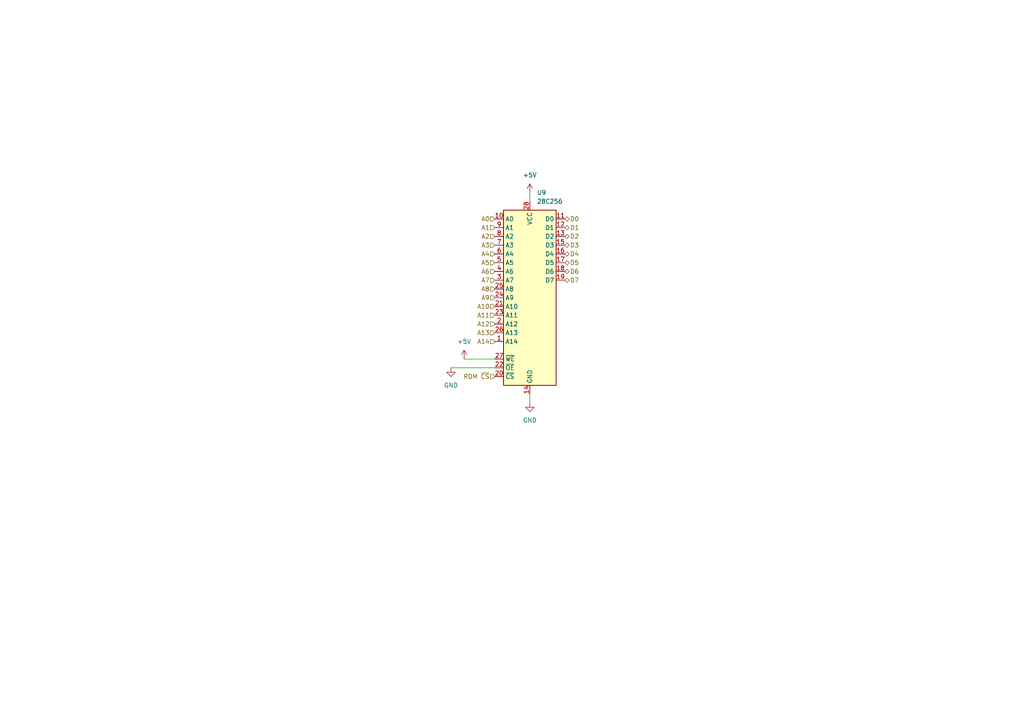
<source format=kicad_sch>
(kicad_sch (version 20211123) (generator eeschema)
  (paper "A4")
  (lib_symbols
    (symbol "Memory_EEPROM:28C256"
      (property "Reference" "U" (at -7.62 26.67 0))
      (property "Value" "28C256" (at 2.54 -26.67 0))
      (symbol "28C256_1_1"
        (rectangle (start -7.62 25.4) (end 7.62 -25.4) (stroke (width 0.254)) (fill (type background)))
        (pin input line (at -10.16 -12.7 0) (length 2.54) (name "A14") (number "1"))
        (pin input line (at -10.16 22.86 0) (length 2.54) (name "A0") (number "10"))
        (pin tri_state line (at 10.16 22.86 180) (length 2.54) (name "D0") (number "11"))
        (pin tri_state line (at 10.16 20.32 180) (length 2.54) (name "D1") (number "12"))
        (pin tri_state line (at 10.16 17.78 180) (length 2.54) (name "D2") (number "13"))
        (pin power_in line (at 0 -27.94 90) (length 2.54) (name "GND") (number "14"))
        (pin tri_state line (at 10.16 15.24 180) (length 2.54) (name "D3") (number "15"))
        (pin tri_state line (at 10.16 12.7 180) (length 2.54) (name "D4") (number "16"))
        (pin tri_state line (at 10.16 10.16 180) (length 2.54) (name "D5") (number "17"))
        (pin tri_state line (at 10.16 7.62 180) (length 2.54) (name "D6") (number "18"))
        (pin tri_state line (at 10.16 5.08 180) (length 2.54) (name "D7") (number "19"))
        (pin input line (at -10.16 -7.62 0) (length 2.54) (name "A12") (number "2"))
        (pin input line (at -10.16 -22.86 0) (length 2.54) (name "~{CS}") (number "20"))
        (pin input line (at -10.16 -2.54 0) (length 2.54) (name "A10") (number "21"))
        (pin input line (at -10.16 -20.32 0) (length 2.54) (name "~{OE}") (number "22"))
        (pin input line (at -10.16 -5.08 0) (length 2.54) (name "A11") (number "23"))
        (pin input line (at -10.16 0 0) (length 2.54) (name "A9") (number "24"))
        (pin input line (at -10.16 2.54 0) (length 2.54) (name "A8") (number "25"))
        (pin input line (at -10.16 -10.16 0) (length 2.54) (name "A13") (number "26"))
        (pin input line (at -10.16 -17.78 0) (length 2.54) (name "~{WE}") (number "27"))
        (pin power_in line (at 0 27.94 270) (length 2.54) (name "VCC") (number "28"))
        (pin input line (at -10.16 5.08 0) (length 2.54) (name "A7") (number "3"))
        (pin input line (at -10.16 7.62 0) (length 2.54) (name "A6") (number "4"))
        (pin input line (at -10.16 10.16 0) (length 2.54) (name "A5") (number "5"))
        (pin input line (at -10.16 12.7 0) (length 2.54) (name "A4") (number "6"))
        (pin input line (at -10.16 15.24 0) (length 2.54) (name "A3") (number "7"))
        (pin input line (at -10.16 17.78 0) (length 2.54) (name "A2") (number "8"))
        (pin input line (at -10.16 20.32 0) (length 2.54) (name "A1") (number "9"))
      )
    )
    (symbol "power:+5V" (power) (pin_names (offset 0))
      (property "Value" "+5V" (at 0 3.556 0))
      (symbol "+5V_0_1"
        (polyline (pts (xy -0.762 1.27) (xy 0 2.54)))
        (polyline (pts (xy 0 0) (xy 0 2.54)))
        (polyline (pts (xy 0 2.54) (xy 0.762 1.27)))
      )
      (symbol "+5V_1_1"
        (pin power_in line (at 0 0 90) (length 0) hide (name "+5V") (number "1"))
      )
    )
    (symbol "power:GND" (power) (pin_names (offset 0))
      (property "Value" "GND" (at 0 -3.81 0))
      (symbol "GND_0_1"
        (polyline (pts (xy 0 0) (xy 0 -1.27) (xy 1.27 -1.27) (xy 0 -2.54) (xy -1.27 -1.27) (xy 0 -1.27)))
      )
      (symbol "GND_1_1"
        (pin power_in line (at 0 0 270) (length 0) hide (name "GND") (number "1"))
      )
    )
  )
  (wire (pts (xy 153.67 55.88) (xy 153.67 58.42)))
  (wire (pts (xy 153.67 114.3) (xy 153.67 116.84)))
  (wire (pts (xy 134.62 104.14) (xy 143.51 104.14)))
  (wire (pts (xy 130.81 106.68) (xy 143.51 106.68)))
  (hierarchical_label "A8" (shape input) (at 143.51 83.82 180))
  (hierarchical_label "A1" (shape input) (at 143.51 66.04 180))
  (hierarchical_label "A10" (shape input) (at 143.51 88.9 180))
  (hierarchical_label "D7" (shape bidirectional) (at 163.83 81.28 0))
  (hierarchical_label "D2" (shape bidirectional) (at 163.83 68.58 0))
  (hierarchical_label "D5" (shape bidirectional) (at 163.83 76.2 0))
  (hierarchical_label "A14" (shape input) (at 143.51 99.06 180))
  (hierarchical_label "A4" (shape input) (at 143.51 73.66 180))
  (hierarchical_label "D0" (shape bidirectional) (at 163.83 63.5 0))
  (hierarchical_label "A9" (shape input) (at 143.51 86.36 180))
  (hierarchical_label "D6" (shape bidirectional) (at 163.83 78.74 0))
  (hierarchical_label "D3" (shape bidirectional) (at 163.83 71.12 0))
  (hierarchical_label "A3" (shape input) (at 143.51 71.12 180))
  (hierarchical_label "A5" (shape input) (at 143.51 76.2 180))
  (hierarchical_label "A12" (shape input) (at 143.51 93.98 180))
  (hierarchical_label "A0" (shape input) (at 143.51 63.5 180))
  (hierarchical_label "A11" (shape input) (at 143.51 91.44 180))
  (hierarchical_label "A7" (shape input) (at 143.51 81.28 180))
  (hierarchical_label "D1" (shape bidirectional) (at 163.83 66.04 0))
  (hierarchical_label "A6" (shape input) (at 143.51 78.74 180))
  (hierarchical_label "A2" (shape input) (at 143.51 68.58 180))
  (hierarchical_label "A13" (shape input) (at 143.51 96.52 180))
  (hierarchical_label "ROM ~{CS}" (shape input) (at 143.51 109.22 180))
  (hierarchical_label "D4" (shape bidirectional) (at 163.83 73.66 0))
  (symbol (lib_id "power:+5V") (at 134.62 104.14 0) (unit 1)
    (property "Reference" "#PWR055" (effects hide))
    (property "Value" "+5V" (at 134.62 99.06 0))
  )
  (symbol (lib_id "Memory_EEPROM:28C256") (at 153.67 86.36 0) (unit 1)
    (property "Reference" "U9" (at 155.6894 55.88 0) (effects (justify left)))
    (property "Value" "28C256" (at 155.6894 58.42 0) (effects (justify left)))
    (property "Footprint" "Package_DIP:DIP-28_W15.24mm" (effects hide))
    (property "Datasheet" "http://ww1.microchip.com/downloads/en/DeviceDoc/doc0006.pdf" (effects hide))
  )
  (symbol (lib_id "power:+5V") (at 153.67 55.88 0) (unit 1)
    (property "Reference" "#PWR056" (effects hide))
    (property "Value" "+5V" (at 153.67 50.8 0))
  )
  (symbol (lib_id "power:GND") (at 153.67 116.84 0) (unit 1)
    (property "Reference" "#PWR057" (effects hide))
    (property "Value" "GND" (at 153.67 121.92 0))
  )
  (symbol (lib_id "power:GND") (at 130.81 106.68 0) (unit 1)
    (property "Reference" "#PWR054" (effects hide))
    (property "Value" "GND" (at 130.81 111.76 0))
  )
)
</source>
